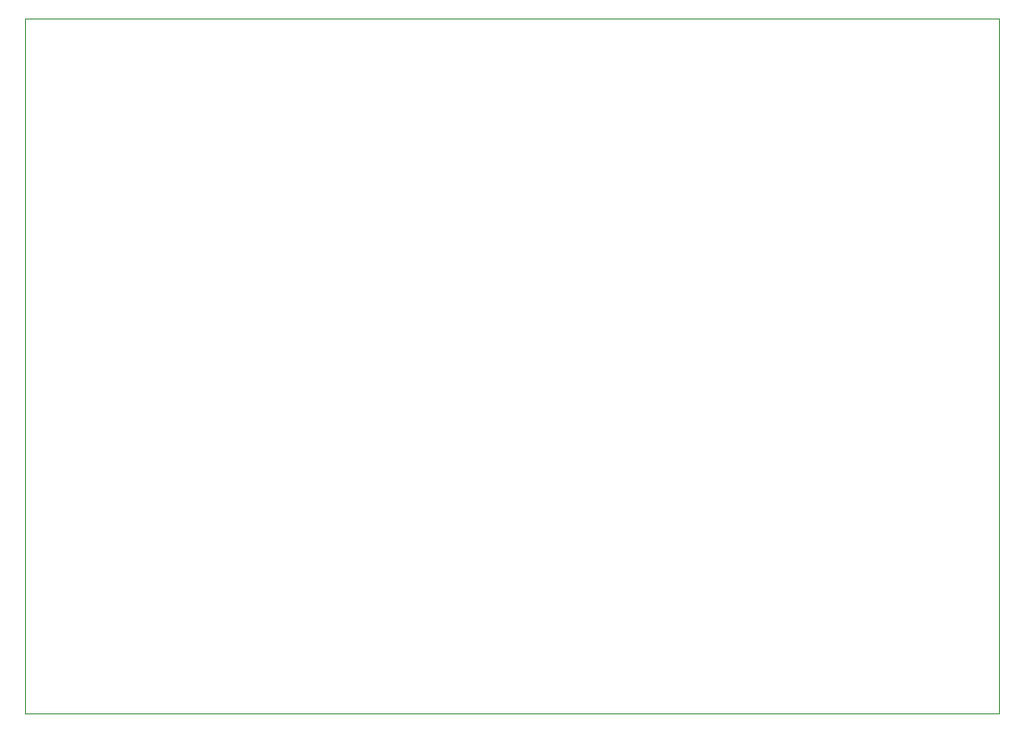
<source format=gm1>
G04 #@! TF.GenerationSoftware,KiCad,Pcbnew,6.0.11+dfsg-1*
G04 #@! TF.CreationDate,2023-06-04T21:15:00+02:00*
G04 #@! TF.ProjectId,EspressoV1,45737072-6573-4736-9f56-312e6b696361,rev?*
G04 #@! TF.SameCoordinates,Original*
G04 #@! TF.FileFunction,Profile,NP*
%FSLAX46Y46*%
G04 Gerber Fmt 4.6, Leading zero omitted, Abs format (unit mm)*
G04 Created by KiCad (PCBNEW 6.0.11+dfsg-1) date 2023-06-04 21:15:00*
%MOMM*%
%LPD*%
G01*
G04 APERTURE LIST*
G04 #@! TA.AperFunction,Profile*
%ADD10C,0.100000*%
G04 #@! TD*
G04 APERTURE END LIST*
D10*
X184150000Y-53340000D02*
X184150000Y-116840000D01*
X95250000Y-53340000D02*
X184150000Y-53340000D01*
X95250000Y-116840000D02*
X95250000Y-53340000D01*
X184150000Y-116840000D02*
X95250000Y-116840000D01*
M02*

</source>
